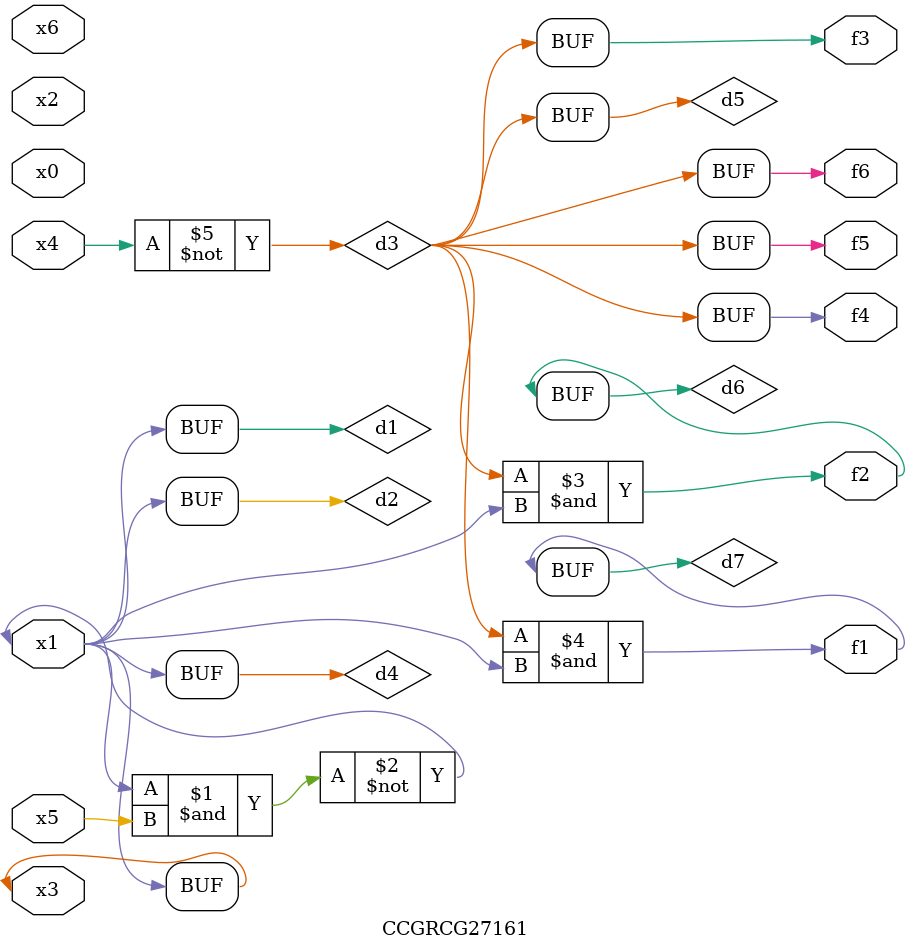
<source format=v>
module CCGRCG27161(
	input x0, x1, x2, x3, x4, x5, x6,
	output f1, f2, f3, f4, f5, f6
);

	wire d1, d2, d3, d4, d5, d6, d7;

	buf (d1, x1, x3);
	nand (d2, x1, x5);
	not (d3, x4);
	buf (d4, d1, d2);
	buf (d5, d3);
	and (d6, d3, d4);
	and (d7, d3, d4);
	assign f1 = d7;
	assign f2 = d6;
	assign f3 = d5;
	assign f4 = d5;
	assign f5 = d5;
	assign f6 = d5;
endmodule

</source>
